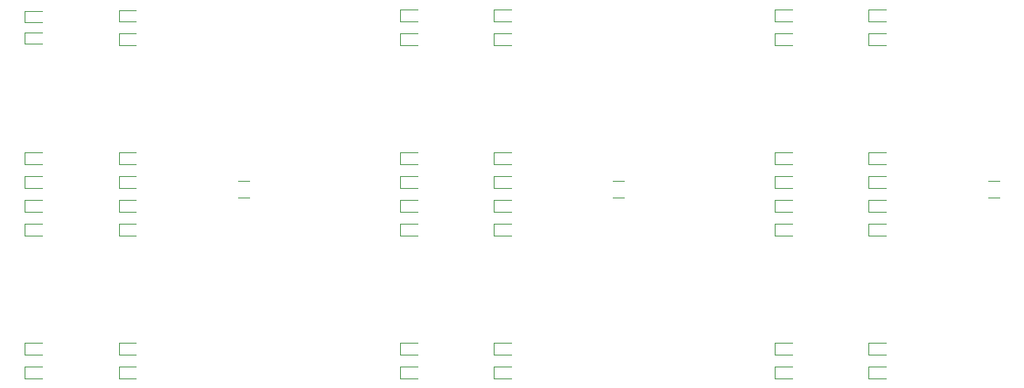
<source format=gbr>
%TF.GenerationSoftware,KiCad,Pcbnew,(5.1.6)-1*%
%TF.CreationDate,2020-07-03T16:53:40+09:00*%
%TF.ProjectId,PWM-PCA9685,50574d2d-5043-4413-9936-38352e6b6963,rev?*%
%TF.SameCoordinates,Original*%
%TF.FileFunction,Legend,Bot*%
%TF.FilePolarity,Positive*%
%FSLAX46Y46*%
G04 Gerber Fmt 4.6, Leading zero omitted, Abs format (unit mm)*
G04 Created by KiCad (PCBNEW (5.1.6)-1) date 2020-07-03 16:53:40*
%MOMM*%
%LPD*%
G01*
G04 APERTURE LIST*
%ADD10C,0.120000*%
G04 APERTURE END LIST*
D10*
%TO.C,C7*%
X138572936Y-71910000D02*
X139777064Y-71910000D01*
X138572936Y-70090000D02*
X139777064Y-70090000D01*
%TO.C,C6*%
X98572936Y-71910000D02*
X99777064Y-71910000D01*
X98572936Y-70090000D02*
X99777064Y-70090000D01*
%TO.C,C5*%
X58572936Y-71910000D02*
X59777064Y-71910000D01*
X58572936Y-70090000D02*
X59777064Y-70090000D01*
%TO.C,D38*%
X127700000Y-72170000D02*
X125850000Y-72170000D01*
X127700000Y-73370000D02*
X125850000Y-73370000D01*
X125850000Y-73370000D02*
X125850000Y-72170000D01*
%TO.C,D48*%
X117700000Y-51850000D02*
X115850000Y-51850000D01*
X117700000Y-53050000D02*
X115850000Y-53050000D01*
X115850000Y-53050000D02*
X115850000Y-51850000D01*
%TO.C,D47*%
X117700000Y-54390000D02*
X115850000Y-54390000D01*
X117700000Y-55590000D02*
X115850000Y-55590000D01*
X115850000Y-55590000D02*
X115850000Y-54390000D01*
%TO.C,D46*%
X127700000Y-51850000D02*
X125850000Y-51850000D01*
X127700000Y-53050000D02*
X125850000Y-53050000D01*
X125850000Y-53050000D02*
X125850000Y-51850000D01*
%TO.C,D45*%
X127700000Y-54390000D02*
X125850000Y-54390000D01*
X127700000Y-55590000D02*
X125850000Y-55590000D01*
X125850000Y-55590000D02*
X125850000Y-54390000D01*
%TO.C,D44*%
X127700000Y-67090000D02*
X125850000Y-67090000D01*
X127700000Y-68290000D02*
X125850000Y-68290000D01*
X125850000Y-68290000D02*
X125850000Y-67090000D01*
%TO.C,D43*%
X127700000Y-69630000D02*
X125850000Y-69630000D01*
X127700000Y-70830000D02*
X125850000Y-70830000D01*
X125850000Y-70830000D02*
X125850000Y-69630000D01*
%TO.C,D42*%
X117700000Y-67090000D02*
X115850000Y-67090000D01*
X117700000Y-68290000D02*
X115850000Y-68290000D01*
X115850000Y-68290000D02*
X115850000Y-67090000D01*
%TO.C,D41*%
X117700000Y-69630000D02*
X115850000Y-69630000D01*
X117700000Y-70830000D02*
X115850000Y-70830000D01*
X115850000Y-70830000D02*
X115850000Y-69630000D01*
%TO.C,D40*%
X117700000Y-72170000D02*
X115850000Y-72170000D01*
X117700000Y-73370000D02*
X115850000Y-73370000D01*
X115850000Y-73370000D02*
X115850000Y-72170000D01*
%TO.C,D39*%
X117700000Y-74710000D02*
X115850000Y-74710000D01*
X117700000Y-75910000D02*
X115850000Y-75910000D01*
X115850000Y-75910000D02*
X115850000Y-74710000D01*
%TO.C,D37*%
X127700000Y-74710000D02*
X125850000Y-74710000D01*
X127700000Y-75910000D02*
X125850000Y-75910000D01*
X125850000Y-75910000D02*
X125850000Y-74710000D01*
%TO.C,D36*%
X127700000Y-87410000D02*
X125850000Y-87410000D01*
X127700000Y-88610000D02*
X125850000Y-88610000D01*
X125850000Y-88610000D02*
X125850000Y-87410000D01*
%TO.C,D35*%
X127700000Y-89950000D02*
X125850000Y-89950000D01*
X127700000Y-91150000D02*
X125850000Y-91150000D01*
X125850000Y-91150000D02*
X125850000Y-89950000D01*
%TO.C,D34*%
X117700000Y-87410000D02*
X115850000Y-87410000D01*
X117700000Y-88610000D02*
X115850000Y-88610000D01*
X115850000Y-88610000D02*
X115850000Y-87410000D01*
%TO.C,D33*%
X117700000Y-89950000D02*
X115850000Y-89950000D01*
X117700000Y-91150000D02*
X115850000Y-91150000D01*
X115850000Y-91150000D02*
X115850000Y-89950000D01*
%TO.C,D32*%
X77700000Y-51850000D02*
X75850000Y-51850000D01*
X77700000Y-53050000D02*
X75850000Y-53050000D01*
X75850000Y-53050000D02*
X75850000Y-51850000D01*
%TO.C,D31*%
X77700000Y-54390000D02*
X75850000Y-54390000D01*
X77700000Y-55590000D02*
X75850000Y-55590000D01*
X75850000Y-55590000D02*
X75850000Y-54390000D01*
%TO.C,D30*%
X87700000Y-51850000D02*
X85850000Y-51850000D01*
X87700000Y-53050000D02*
X85850000Y-53050000D01*
X85850000Y-53050000D02*
X85850000Y-51850000D01*
%TO.C,D29*%
X87700000Y-54390000D02*
X85850000Y-54390000D01*
X87700000Y-55590000D02*
X85850000Y-55590000D01*
X85850000Y-55590000D02*
X85850000Y-54390000D01*
%TO.C,D28*%
X87700000Y-67090000D02*
X85850000Y-67090000D01*
X87700000Y-68290000D02*
X85850000Y-68290000D01*
X85850000Y-68290000D02*
X85850000Y-67090000D01*
%TO.C,D27*%
X87700000Y-69630000D02*
X85850000Y-69630000D01*
X87700000Y-70830000D02*
X85850000Y-70830000D01*
X85850000Y-70830000D02*
X85850000Y-69630000D01*
%TO.C,D26*%
X77700000Y-67090000D02*
X75850000Y-67090000D01*
X77700000Y-68290000D02*
X75850000Y-68290000D01*
X75850000Y-68290000D02*
X75850000Y-67090000D01*
%TO.C,D25*%
X77700000Y-69630000D02*
X75850000Y-69630000D01*
X77700000Y-70830000D02*
X75850000Y-70830000D01*
X75850000Y-70830000D02*
X75850000Y-69630000D01*
%TO.C,D24*%
X77700000Y-72170000D02*
X75850000Y-72170000D01*
X77700000Y-73370000D02*
X75850000Y-73370000D01*
X75850000Y-73370000D02*
X75850000Y-72170000D01*
%TO.C,D23*%
X77700000Y-74710000D02*
X75850000Y-74710000D01*
X77700000Y-75910000D02*
X75850000Y-75910000D01*
X75850000Y-75910000D02*
X75850000Y-74710000D01*
%TO.C,D22*%
X87700000Y-72170000D02*
X85850000Y-72170000D01*
X87700000Y-73370000D02*
X85850000Y-73370000D01*
X85850000Y-73370000D02*
X85850000Y-72170000D01*
%TO.C,D21*%
X87700000Y-74710000D02*
X85850000Y-74710000D01*
X87700000Y-75910000D02*
X85850000Y-75910000D01*
X85850000Y-75910000D02*
X85850000Y-74710000D01*
%TO.C,D20*%
X87700000Y-87410000D02*
X85850000Y-87410000D01*
X87700000Y-88610000D02*
X85850000Y-88610000D01*
X85850000Y-88610000D02*
X85850000Y-87410000D01*
%TO.C,D19*%
X87700000Y-89950000D02*
X85850000Y-89950000D01*
X87700000Y-91150000D02*
X85850000Y-91150000D01*
X85850000Y-91150000D02*
X85850000Y-89950000D01*
%TO.C,D18*%
X77700000Y-87410000D02*
X75850000Y-87410000D01*
X77700000Y-88610000D02*
X75850000Y-88610000D01*
X75850000Y-88610000D02*
X75850000Y-87410000D01*
%TO.C,D17*%
X77700000Y-89950000D02*
X75850000Y-89950000D01*
X77700000Y-91150000D02*
X75850000Y-91150000D01*
X75850000Y-91150000D02*
X75850000Y-89950000D01*
%TO.C,D16*%
X37700000Y-51990000D02*
X35850000Y-51990000D01*
X37700000Y-53190000D02*
X35850000Y-53190000D01*
X35850000Y-53190000D02*
X35850000Y-51990000D01*
%TO.C,D15*%
X37700000Y-54250000D02*
X35850000Y-54250000D01*
X37700000Y-55450000D02*
X35850000Y-55450000D01*
X35850000Y-55450000D02*
X35850000Y-54250000D01*
%TO.C,D14*%
X47700000Y-51900000D02*
X45850000Y-51900000D01*
X47700000Y-53100000D02*
X45850000Y-53100000D01*
X45850000Y-53100000D02*
X45850000Y-51900000D01*
%TO.C,D13*%
X47700000Y-54380000D02*
X45850000Y-54380000D01*
X47700000Y-55580000D02*
X45850000Y-55580000D01*
X45850000Y-55580000D02*
X45850000Y-54380000D01*
%TO.C,D12*%
X47700000Y-67090000D02*
X45850000Y-67090000D01*
X47700000Y-68290000D02*
X45850000Y-68290000D01*
X45850000Y-68290000D02*
X45850000Y-67090000D01*
%TO.C,D11*%
X47700000Y-69630000D02*
X45850000Y-69630000D01*
X47700000Y-70830000D02*
X45850000Y-70830000D01*
X45850000Y-70830000D02*
X45850000Y-69630000D01*
%TO.C,D10*%
X37700000Y-67090000D02*
X35850000Y-67090000D01*
X37700000Y-68290000D02*
X35850000Y-68290000D01*
X35850000Y-68290000D02*
X35850000Y-67090000D01*
%TO.C,D9*%
X37700000Y-69630000D02*
X35850000Y-69630000D01*
X37700000Y-70830000D02*
X35850000Y-70830000D01*
X35850000Y-70830000D02*
X35850000Y-69630000D01*
%TO.C,D8*%
X37700000Y-72170000D02*
X35850000Y-72170000D01*
X37700000Y-73370000D02*
X35850000Y-73370000D01*
X35850000Y-73370000D02*
X35850000Y-72170000D01*
%TO.C,D7*%
X37700000Y-74710000D02*
X35850000Y-74710000D01*
X37700000Y-75910000D02*
X35850000Y-75910000D01*
X35850000Y-75910000D02*
X35850000Y-74710000D01*
%TO.C,D6*%
X47700000Y-72170000D02*
X45850000Y-72170000D01*
X47700000Y-73370000D02*
X45850000Y-73370000D01*
X45850000Y-73370000D02*
X45850000Y-72170000D01*
%TO.C,D5*%
X47700000Y-74710000D02*
X45850000Y-74710000D01*
X47700000Y-75910000D02*
X45850000Y-75910000D01*
X45850000Y-75910000D02*
X45850000Y-74710000D01*
%TO.C,D4*%
X47700000Y-87410000D02*
X45850000Y-87410000D01*
X47700000Y-88610000D02*
X45850000Y-88610000D01*
X45850000Y-88610000D02*
X45850000Y-87410000D01*
%TO.C,D3*%
X47700000Y-89950000D02*
X45850000Y-89950000D01*
X47700000Y-91150000D02*
X45850000Y-91150000D01*
X45850000Y-91150000D02*
X45850000Y-89950000D01*
%TO.C,D2*%
X37700000Y-87410000D02*
X35850000Y-87410000D01*
X37700000Y-88610000D02*
X35850000Y-88610000D01*
X35850000Y-88610000D02*
X35850000Y-87410000D01*
%TO.C,D1*%
X37700000Y-89950000D02*
X35850000Y-89950000D01*
X37700000Y-91150000D02*
X35850000Y-91150000D01*
X35850000Y-91150000D02*
X35850000Y-89950000D01*
%TD*%
M02*

</source>
